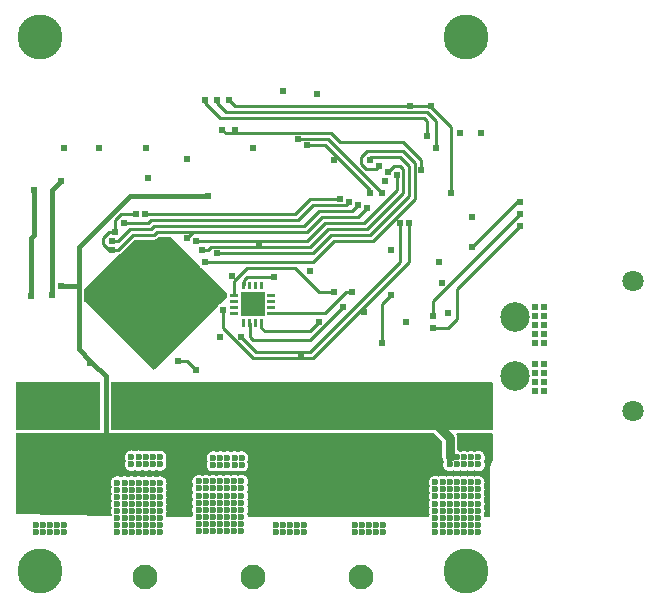
<source format=gbl>
G04 Layer: BottomLayer*
G04 EasyEDA v6.4.17, 2021-03-02T09:49:47--3:00*
G04 75982556833f470fbfa1e054b907e15e,59636247558045d2802cba280e4ac9d9,10*
G04 Gerber Generator version 0.2*
G04 Scale: 100 percent, Rotated: No, Reflected: No *
G04 Dimensions in inches *
G04 leading zeros omitted , absolute positions ,3 integer and 6 decimal *
%FSLAX36Y36*%
%MOIN*%

%ADD10C,0.0100*%
%ADD13C,0.0150*%
%ADD14C,0.0240*%
%ADD15C,0.0236*%
%ADD16C,0.1496*%
%ADD17C,0.0197*%
%ADD44C,0.0827*%
%ADD45C,0.0984*%
%ADD46C,0.0709*%
%ADD47C,0.0300*%

%LPD*%
G36*
X-880000Y-488340D02*
G01*
X-881540Y-488040D01*
X-882820Y-487180D01*
X-1111220Y-258780D01*
X-1112100Y-257480D01*
X-1112400Y-255940D01*
X-1112400Y-224060D01*
X-1112100Y-222520D01*
X-1111220Y-221220D01*
X-994020Y-104019D01*
X-993060Y-103320D01*
X-991620Y-102540D01*
X-989180Y-100540D01*
X-944920Y-56280D01*
X-943620Y-55400D01*
X-942080Y-55100D01*
X-880200Y-55100D01*
X-877060Y-54800D01*
X-874220Y-53940D01*
X-871620Y-52539D01*
X-869180Y-50540D01*
X-864920Y-46280D01*
X-863620Y-45400D01*
X-862080Y-45100D01*
X-826560Y-45100D01*
X-825020Y-45400D01*
X-823720Y-46280D01*
X-729760Y-140240D01*
X-729320Y-140760D01*
X-726919Y-144200D01*
X-724200Y-146920D01*
X-720759Y-149320D01*
X-720240Y-149760D01*
X-636520Y-233480D01*
X-635660Y-234780D01*
X-635340Y-236300D01*
X-635340Y-243700D01*
X-635660Y-245219D01*
X-636520Y-246520D01*
X-660240Y-270240D01*
X-660759Y-270680D01*
X-664200Y-273080D01*
X-666919Y-275800D01*
X-669320Y-279240D01*
X-669760Y-279760D01*
X-877180Y-487180D01*
X-878460Y-488040D01*
G37*

%LPD*%
G36*
X-1018400Y-690000D02*
G01*
X-1019940Y-689700D01*
X-1021220Y-688820D01*
X-1022099Y-687540D01*
X-1022400Y-686000D01*
X-1022400Y-534000D01*
X-1022099Y-532460D01*
X-1021220Y-531180D01*
X-1019940Y-530300D01*
X-1018400Y-530000D01*
X246000Y-530000D01*
X247540Y-530300D01*
X248820Y-531180D01*
X249700Y-532460D01*
X250000Y-534000D01*
X250000Y-686000D01*
X249700Y-687540D01*
X248820Y-688820D01*
X247540Y-689700D01*
X246000Y-690000D01*
G37*

%LPD*%
G36*
X-1335900Y-690000D02*
G01*
X-1337440Y-689700D01*
X-1338720Y-688820D01*
X-1339600Y-687540D01*
X-1339900Y-686000D01*
X-1339900Y-534000D01*
X-1339600Y-532460D01*
X-1338720Y-531180D01*
X-1337420Y-530300D01*
X-1335900Y-530000D01*
X-1061600Y-530000D01*
X-1060060Y-530300D01*
X-1058780Y-531180D01*
X-1057900Y-532460D01*
X-1057600Y-534000D01*
X-1057600Y-686000D01*
X-1057900Y-687540D01*
X-1058780Y-688820D01*
X-1060060Y-689700D01*
X-1061600Y-690000D01*
G37*

%LPD*%
G36*
X-820040Y-980000D02*
G01*
X-834340Y-979740D01*
X-836000Y-979340D01*
X-837360Y-978300D01*
X-838139Y-976780D01*
X-838360Y-975939D01*
X-839599Y-973300D01*
X-839960Y-971600D01*
X-839599Y-969920D01*
X-838360Y-967280D01*
X-837380Y-963600D01*
X-837039Y-959800D01*
X-837380Y-955980D01*
X-838360Y-952300D01*
X-839599Y-949680D01*
X-839960Y-947980D01*
X-839599Y-946280D01*
X-838360Y-943660D01*
X-837380Y-939980D01*
X-837039Y-936180D01*
X-837380Y-932360D01*
X-838360Y-928680D01*
X-839599Y-926060D01*
X-839960Y-924360D01*
X-839599Y-922660D01*
X-838360Y-920040D01*
X-837380Y-916360D01*
X-837039Y-912540D01*
X-837380Y-908740D01*
X-838360Y-905060D01*
X-839599Y-902440D01*
X-839960Y-900740D01*
X-839599Y-899040D01*
X-838360Y-896420D01*
X-837380Y-892740D01*
X-837039Y-888940D01*
X-837380Y-885120D01*
X-838360Y-881440D01*
X-839599Y-878820D01*
X-839960Y-877120D01*
X-839599Y-875420D01*
X-838360Y-872800D01*
X-837380Y-869120D01*
X-837039Y-865320D01*
X-837380Y-861500D01*
X-838360Y-857820D01*
X-839980Y-854360D01*
X-842159Y-851240D01*
X-844860Y-848540D01*
X-848000Y-846340D01*
X-851460Y-844740D01*
X-855140Y-843740D01*
X-858940Y-843420D01*
X-862740Y-843740D01*
X-866420Y-844740D01*
X-869060Y-845960D01*
X-870759Y-846340D01*
X-872440Y-845960D01*
X-875080Y-844740D01*
X-878760Y-843740D01*
X-882560Y-843420D01*
X-886360Y-843740D01*
X-890040Y-844740D01*
X-892680Y-845960D01*
X-894360Y-846340D01*
X-896060Y-845960D01*
X-898700Y-844740D01*
X-902380Y-843740D01*
X-906180Y-843420D01*
X-909980Y-843740D01*
X-913660Y-844740D01*
X-916300Y-845960D01*
X-917980Y-846340D01*
X-919680Y-845960D01*
X-922320Y-844740D01*
X-926000Y-843740D01*
X-929800Y-843420D01*
X-933600Y-843740D01*
X-937280Y-844740D01*
X-939920Y-845960D01*
X-941600Y-846340D01*
X-943300Y-845960D01*
X-945939Y-844740D01*
X-949620Y-843740D01*
X-953420Y-843420D01*
X-957220Y-843740D01*
X-960900Y-844740D01*
X-963540Y-845960D01*
X-965240Y-846340D01*
X-966919Y-845960D01*
X-969560Y-844740D01*
X-973240Y-843740D01*
X-977039Y-843420D01*
X-980860Y-843740D01*
X-984539Y-844740D01*
X-987159Y-845960D01*
X-988860Y-846340D01*
X-990560Y-845960D01*
X-993180Y-844740D01*
X-996860Y-843740D01*
X-1000660Y-843420D01*
X-1004479Y-843740D01*
X-1008160Y-844740D01*
X-1011620Y-846340D01*
X-1014740Y-848540D01*
X-1017440Y-851240D01*
X-1019640Y-854360D01*
X-1021240Y-857820D01*
X-1022240Y-861500D01*
X-1022560Y-865320D01*
X-1022240Y-869120D01*
X-1021240Y-872800D01*
X-1020020Y-875420D01*
X-1019640Y-877120D01*
X-1020020Y-878820D01*
X-1021240Y-881440D01*
X-1022240Y-885120D01*
X-1022560Y-888940D01*
X-1022240Y-892740D01*
X-1021240Y-896420D01*
X-1020020Y-899040D01*
X-1019640Y-900740D01*
X-1020020Y-902440D01*
X-1021240Y-905060D01*
X-1022240Y-908740D01*
X-1022560Y-912540D01*
X-1022240Y-916360D01*
X-1021240Y-920040D01*
X-1020020Y-922660D01*
X-1019640Y-924360D01*
X-1020020Y-926060D01*
X-1021240Y-928680D01*
X-1022240Y-932360D01*
X-1022560Y-936180D01*
X-1022240Y-939980D01*
X-1021240Y-943660D01*
X-1020020Y-946280D01*
X-1019640Y-947980D01*
X-1020020Y-949680D01*
X-1021240Y-952300D01*
X-1022240Y-955980D01*
X-1022560Y-959800D01*
X-1022240Y-963600D01*
X-1021240Y-967280D01*
X-1020020Y-969920D01*
X-1019640Y-971600D01*
X-1020020Y-973300D01*
X-1020360Y-974040D01*
X-1021260Y-975280D01*
X-1022560Y-976100D01*
X-1024060Y-976360D01*
X-1335980Y-970780D01*
X-1337480Y-970460D01*
X-1338760Y-969580D01*
X-1339600Y-968300D01*
X-1339900Y-966780D01*
X-1339900Y-704100D01*
X-1339600Y-702560D01*
X-1338720Y-701280D01*
X-1337440Y-700400D01*
X-1335900Y-700100D01*
X52939Y-700100D01*
X54480Y-700400D01*
X55780Y-701280D01*
X81280Y-726780D01*
X82160Y-728080D01*
X82460Y-729599D01*
X82460Y-780879D01*
X82820Y-785180D01*
X83820Y-789200D01*
X85500Y-792980D01*
X86380Y-794340D01*
X86980Y-795879D01*
X86880Y-797560D01*
X86000Y-800860D01*
X85660Y-804680D01*
X86000Y-808480D01*
X86980Y-812159D01*
X88600Y-815620D01*
X90780Y-818740D01*
X93480Y-821440D01*
X96620Y-823640D01*
X100079Y-825240D01*
X103760Y-826240D01*
X107560Y-826560D01*
X111359Y-826240D01*
X115040Y-825240D01*
X117680Y-824020D01*
X119380Y-823640D01*
X121060Y-824020D01*
X123699Y-825240D01*
X127380Y-826240D01*
X131200Y-826560D01*
X135000Y-826240D01*
X138680Y-825240D01*
X141300Y-824020D01*
X143000Y-823640D01*
X144700Y-824020D01*
X147320Y-825240D01*
X151000Y-826240D01*
X154820Y-826560D01*
X158620Y-826240D01*
X162300Y-825240D01*
X164920Y-824020D01*
X166620Y-823640D01*
X168320Y-824020D01*
X170940Y-825240D01*
X174620Y-826240D01*
X178440Y-826560D01*
X182240Y-826240D01*
X185920Y-825240D01*
X188540Y-824020D01*
X190240Y-823640D01*
X191940Y-824020D01*
X194560Y-825240D01*
X198240Y-826240D01*
X202060Y-826560D01*
X205859Y-826240D01*
X209540Y-825240D01*
X213000Y-823640D01*
X216119Y-821440D01*
X218820Y-818740D01*
X221020Y-815620D01*
X222620Y-812159D01*
X223619Y-808480D01*
X223939Y-804680D01*
X223619Y-800860D01*
X222620Y-797180D01*
X221400Y-794560D01*
X221020Y-792860D01*
X221400Y-791160D01*
X222620Y-788540D01*
X223619Y-784860D01*
X223939Y-781060D01*
X223619Y-777240D01*
X222620Y-773560D01*
X221020Y-770100D01*
X218820Y-766979D01*
X216119Y-764280D01*
X213000Y-762080D01*
X209540Y-760480D01*
X205859Y-759479D01*
X202060Y-759160D01*
X198240Y-759479D01*
X194560Y-760480D01*
X191940Y-761700D01*
X190240Y-762080D01*
X188540Y-761700D01*
X185920Y-760480D01*
X182240Y-759479D01*
X178440Y-759160D01*
X174620Y-759479D01*
X170940Y-760480D01*
X168320Y-761700D01*
X166620Y-762080D01*
X164920Y-761700D01*
X162300Y-760480D01*
X158620Y-759479D01*
X154820Y-759160D01*
X151000Y-759479D01*
X147320Y-760480D01*
X144700Y-761700D01*
X143000Y-762080D01*
X141300Y-761700D01*
X138680Y-760480D01*
X135620Y-759659D01*
X134080Y-758860D01*
X133020Y-757480D01*
X132660Y-755800D01*
X132660Y-717680D01*
X132320Y-713500D01*
X131320Y-709479D01*
X129800Y-705939D01*
X129360Y-704360D01*
X129580Y-702760D01*
X130440Y-701360D01*
X131760Y-700440D01*
X133360Y-700100D01*
X246000Y-700100D01*
X247540Y-700400D01*
X248820Y-701280D01*
X249700Y-702560D01*
X250000Y-704100D01*
X250000Y-788139D01*
X249660Y-789740D01*
X246400Y-797340D01*
X243540Y-806160D01*
X241500Y-815220D01*
X240320Y-824419D01*
X239899Y-833600D01*
X239899Y-976000D01*
X239600Y-977540D01*
X238720Y-978820D01*
X237440Y-979700D01*
X235900Y-980000D01*
X226040Y-980000D01*
X224360Y-979620D01*
X222979Y-978580D01*
X222180Y-977039D01*
X221540Y-974659D01*
X220320Y-972020D01*
X219940Y-970320D01*
X220320Y-968640D01*
X221540Y-966000D01*
X222540Y-962320D01*
X222860Y-958520D01*
X222540Y-954700D01*
X221540Y-951020D01*
X220320Y-948400D01*
X219940Y-946700D01*
X220320Y-945000D01*
X221540Y-942380D01*
X222540Y-938700D01*
X222860Y-934900D01*
X222540Y-931080D01*
X221540Y-927400D01*
X220320Y-924780D01*
X219940Y-923080D01*
X220320Y-921380D01*
X221540Y-918760D01*
X222540Y-915080D01*
X222860Y-911260D01*
X222540Y-907460D01*
X221540Y-903780D01*
X220320Y-901160D01*
X219940Y-899460D01*
X220320Y-897760D01*
X221540Y-895140D01*
X222540Y-891460D01*
X222860Y-887660D01*
X222540Y-883840D01*
X221540Y-880160D01*
X220320Y-877540D01*
X219940Y-875840D01*
X220320Y-874140D01*
X221540Y-871520D01*
X222540Y-867840D01*
X222860Y-864040D01*
X222540Y-860220D01*
X221540Y-856540D01*
X219940Y-853080D01*
X217740Y-849960D01*
X215040Y-847260D01*
X211920Y-845060D01*
X208460Y-843460D01*
X204780Y-842460D01*
X200980Y-842140D01*
X197160Y-842460D01*
X193480Y-843460D01*
X190859Y-844680D01*
X189160Y-845060D01*
X187460Y-844680D01*
X184840Y-843460D01*
X181160Y-842460D01*
X177360Y-842140D01*
X173540Y-842460D01*
X169860Y-843460D01*
X167240Y-844680D01*
X165539Y-845060D01*
X163840Y-844680D01*
X161220Y-843460D01*
X157540Y-842460D01*
X153740Y-842140D01*
X149920Y-842460D01*
X146240Y-843460D01*
X143620Y-844680D01*
X141920Y-845060D01*
X140220Y-844680D01*
X137600Y-843460D01*
X133920Y-842460D01*
X130120Y-842140D01*
X126300Y-842460D01*
X122620Y-843460D01*
X120000Y-844680D01*
X118300Y-845060D01*
X116600Y-844680D01*
X113980Y-843460D01*
X110300Y-842460D01*
X106500Y-842140D01*
X102680Y-842460D01*
X99000Y-843460D01*
X96359Y-844680D01*
X94680Y-845060D01*
X92980Y-844680D01*
X90340Y-843460D01*
X86660Y-842460D01*
X82860Y-842140D01*
X79060Y-842460D01*
X75380Y-843460D01*
X72740Y-844680D01*
X71060Y-845060D01*
X69360Y-844680D01*
X66720Y-843460D01*
X63040Y-842460D01*
X59240Y-842140D01*
X55439Y-842460D01*
X51760Y-843460D01*
X48300Y-845060D01*
X45160Y-847260D01*
X42460Y-849960D01*
X40279Y-853080D01*
X38660Y-856540D01*
X37680Y-860220D01*
X37340Y-864040D01*
X37680Y-867840D01*
X38660Y-871520D01*
X39900Y-874140D01*
X40260Y-875840D01*
X39900Y-877540D01*
X38660Y-880160D01*
X37680Y-883840D01*
X37340Y-887660D01*
X37680Y-891460D01*
X38660Y-895140D01*
X39900Y-897760D01*
X40260Y-899460D01*
X39900Y-901160D01*
X38660Y-903780D01*
X37680Y-907460D01*
X37340Y-911260D01*
X37680Y-915080D01*
X38660Y-918760D01*
X39900Y-921380D01*
X40260Y-923080D01*
X39900Y-924780D01*
X38660Y-927400D01*
X37680Y-931080D01*
X37340Y-934900D01*
X37680Y-938700D01*
X38660Y-942380D01*
X39900Y-945000D01*
X40260Y-946700D01*
X39900Y-948400D01*
X38660Y-951020D01*
X37680Y-954700D01*
X37340Y-958520D01*
X37680Y-962320D01*
X38660Y-966000D01*
X39900Y-968640D01*
X40260Y-970320D01*
X39900Y-972020D01*
X38660Y-974659D01*
X38020Y-977039D01*
X37220Y-978580D01*
X35860Y-979620D01*
X34160Y-980000D01*
X-561700Y-980000D01*
X-563140Y-979720D01*
X-564400Y-978940D01*
X-565280Y-977760D01*
X-565680Y-976340D01*
X-565780Y-975220D01*
X-566760Y-971540D01*
X-568000Y-968900D01*
X-568360Y-967200D01*
X-568000Y-965520D01*
X-566760Y-962880D01*
X-565780Y-959200D01*
X-565440Y-955400D01*
X-565780Y-951580D01*
X-566760Y-947900D01*
X-568000Y-945280D01*
X-568360Y-943580D01*
X-568000Y-941880D01*
X-566760Y-939260D01*
X-565780Y-935580D01*
X-565440Y-931780D01*
X-565780Y-927960D01*
X-566760Y-924280D01*
X-568000Y-921660D01*
X-568360Y-919960D01*
X-568000Y-918259D01*
X-566760Y-915639D01*
X-565780Y-911960D01*
X-565440Y-908160D01*
X-565780Y-904340D01*
X-566760Y-900660D01*
X-568000Y-898040D01*
X-568360Y-896340D01*
X-568000Y-894640D01*
X-566760Y-892020D01*
X-565780Y-888340D01*
X-565440Y-884539D01*
X-565780Y-880720D01*
X-566760Y-877039D01*
X-568000Y-874419D01*
X-568360Y-872720D01*
X-568000Y-871020D01*
X-566760Y-868400D01*
X-565780Y-864720D01*
X-565440Y-860920D01*
X-565780Y-857099D01*
X-566760Y-853420D01*
X-568380Y-849960D01*
X-570560Y-846840D01*
X-573260Y-844140D01*
X-576400Y-841940D01*
X-579860Y-840340D01*
X-583540Y-839340D01*
X-587340Y-839020D01*
X-591140Y-839340D01*
X-594820Y-840340D01*
X-597460Y-841560D01*
X-599140Y-841940D01*
X-600840Y-841560D01*
X-603480Y-840340D01*
X-607160Y-839340D01*
X-610960Y-839020D01*
X-614760Y-839340D01*
X-618440Y-840340D01*
X-621080Y-841560D01*
X-622760Y-841940D01*
X-624460Y-841560D01*
X-627100Y-840340D01*
X-630780Y-839340D01*
X-634580Y-839020D01*
X-638380Y-839340D01*
X-642060Y-840340D01*
X-644700Y-841560D01*
X-646380Y-841940D01*
X-648080Y-841560D01*
X-650720Y-840340D01*
X-654400Y-839340D01*
X-658199Y-839020D01*
X-662000Y-839340D01*
X-665680Y-840340D01*
X-668319Y-841560D01*
X-670000Y-841940D01*
X-671700Y-841560D01*
X-674340Y-840340D01*
X-678020Y-839340D01*
X-681820Y-839020D01*
X-685620Y-839340D01*
X-689300Y-840340D01*
X-691940Y-841560D01*
X-693640Y-841940D01*
X-695320Y-841560D01*
X-697960Y-840340D01*
X-701640Y-839340D01*
X-705440Y-839020D01*
X-709260Y-839340D01*
X-712940Y-840340D01*
X-715560Y-841560D01*
X-717260Y-841940D01*
X-718960Y-841560D01*
X-721580Y-840340D01*
X-725260Y-839340D01*
X-729060Y-839020D01*
X-732880Y-839340D01*
X-736560Y-840340D01*
X-740020Y-841940D01*
X-743139Y-844140D01*
X-745840Y-846840D01*
X-748040Y-849960D01*
X-749640Y-853420D01*
X-750639Y-857099D01*
X-750960Y-860920D01*
X-750639Y-864720D01*
X-749640Y-868400D01*
X-748420Y-871020D01*
X-748040Y-872720D01*
X-748420Y-874419D01*
X-749640Y-877039D01*
X-750639Y-880720D01*
X-750960Y-884539D01*
X-750639Y-888340D01*
X-749640Y-892020D01*
X-748420Y-894640D01*
X-748040Y-896340D01*
X-748420Y-898040D01*
X-749640Y-900660D01*
X-750639Y-904340D01*
X-750960Y-908160D01*
X-750639Y-911960D01*
X-749640Y-915639D01*
X-748420Y-918259D01*
X-748040Y-919960D01*
X-748420Y-921660D01*
X-749640Y-924280D01*
X-750639Y-927960D01*
X-750960Y-931780D01*
X-750639Y-935580D01*
X-749640Y-939260D01*
X-748420Y-941880D01*
X-748040Y-943580D01*
X-748420Y-945280D01*
X-749640Y-947900D01*
X-750639Y-951580D01*
X-750960Y-955400D01*
X-750639Y-959200D01*
X-749640Y-962880D01*
X-748420Y-965520D01*
X-748040Y-967200D01*
X-748420Y-968900D01*
X-749640Y-971540D01*
X-750639Y-975220D01*
X-750740Y-976340D01*
X-751120Y-977760D01*
X-752020Y-978940D01*
X-753259Y-979720D01*
X-754720Y-980000D01*
G37*

%LPC*%
G36*
X-681360Y-827680D02*
G01*
X-677560Y-827360D01*
X-673880Y-826360D01*
X-671240Y-825140D01*
X-669539Y-824760D01*
X-667860Y-825140D01*
X-665220Y-826360D01*
X-661540Y-827360D01*
X-657720Y-827680D01*
X-653920Y-827360D01*
X-650240Y-826360D01*
X-647620Y-825140D01*
X-645920Y-824760D01*
X-644220Y-825140D01*
X-641600Y-826360D01*
X-637920Y-827360D01*
X-634100Y-827680D01*
X-630300Y-827360D01*
X-626620Y-826360D01*
X-624000Y-825140D01*
X-622300Y-824760D01*
X-620600Y-825140D01*
X-617980Y-826360D01*
X-614300Y-827360D01*
X-610480Y-827680D01*
X-606680Y-827360D01*
X-603000Y-826360D01*
X-600380Y-825140D01*
X-598680Y-824760D01*
X-596980Y-825140D01*
X-594360Y-826360D01*
X-590680Y-827360D01*
X-586860Y-827680D01*
X-583060Y-827360D01*
X-579380Y-826360D01*
X-575920Y-824760D01*
X-572800Y-822560D01*
X-570100Y-819860D01*
X-567900Y-816740D01*
X-566300Y-813280D01*
X-565300Y-809599D01*
X-564980Y-805800D01*
X-565300Y-801979D01*
X-566300Y-798300D01*
X-567520Y-795680D01*
X-567900Y-793980D01*
X-567520Y-792280D01*
X-566300Y-789659D01*
X-565300Y-785980D01*
X-564980Y-782180D01*
X-565300Y-778360D01*
X-566300Y-774680D01*
X-567900Y-771220D01*
X-570100Y-768100D01*
X-572800Y-765400D01*
X-575920Y-763199D01*
X-579380Y-761600D01*
X-583060Y-760600D01*
X-586860Y-760280D01*
X-590680Y-760600D01*
X-594360Y-761600D01*
X-596980Y-762820D01*
X-598680Y-763199D01*
X-600380Y-762820D01*
X-603000Y-761600D01*
X-606680Y-760600D01*
X-610480Y-760280D01*
X-614300Y-760600D01*
X-617980Y-761600D01*
X-620600Y-762820D01*
X-622300Y-763199D01*
X-624000Y-762820D01*
X-626620Y-761600D01*
X-630300Y-760600D01*
X-634100Y-760280D01*
X-637920Y-760600D01*
X-641600Y-761600D01*
X-644220Y-762820D01*
X-645920Y-763199D01*
X-647620Y-762820D01*
X-650240Y-761600D01*
X-653920Y-760600D01*
X-657720Y-760280D01*
X-661540Y-760600D01*
X-665220Y-761600D01*
X-667860Y-762820D01*
X-669539Y-763199D01*
X-671240Y-762820D01*
X-673880Y-761600D01*
X-677560Y-760600D01*
X-681360Y-760280D01*
X-685160Y-760600D01*
X-688840Y-761600D01*
X-692300Y-763199D01*
X-695440Y-765400D01*
X-698139Y-768100D01*
X-700320Y-771220D01*
X-701940Y-774680D01*
X-702920Y-778360D01*
X-703259Y-782180D01*
X-702920Y-785980D01*
X-701940Y-789659D01*
X-700699Y-792280D01*
X-700340Y-793980D01*
X-700699Y-795680D01*
X-701940Y-798300D01*
X-702920Y-801979D01*
X-703259Y-805800D01*
X-702920Y-809599D01*
X-701940Y-813280D01*
X-700320Y-816740D01*
X-698139Y-819860D01*
X-695440Y-822560D01*
X-692300Y-824760D01*
X-688840Y-826360D01*
X-685160Y-827360D01*
G37*
G36*
X-954000Y-825400D02*
G01*
X-950200Y-825060D01*
X-946520Y-824080D01*
X-943880Y-822840D01*
X-942180Y-822480D01*
X-940500Y-822840D01*
X-937860Y-824080D01*
X-934180Y-825060D01*
X-930360Y-825400D01*
X-926560Y-825060D01*
X-922880Y-824080D01*
X-920260Y-822840D01*
X-918560Y-822480D01*
X-916860Y-822840D01*
X-914240Y-824080D01*
X-910560Y-825060D01*
X-906740Y-825400D01*
X-902940Y-825060D01*
X-899260Y-824080D01*
X-896640Y-822840D01*
X-894940Y-822480D01*
X-893240Y-822840D01*
X-890620Y-824080D01*
X-886940Y-825060D01*
X-883120Y-825400D01*
X-879320Y-825060D01*
X-875639Y-824080D01*
X-873020Y-822840D01*
X-871320Y-822480D01*
X-869620Y-822840D01*
X-867000Y-824080D01*
X-863319Y-825060D01*
X-859500Y-825400D01*
X-855699Y-825060D01*
X-852020Y-824080D01*
X-848560Y-822460D01*
X-845440Y-820280D01*
X-842740Y-817580D01*
X-840540Y-814440D01*
X-838940Y-810980D01*
X-837940Y-807300D01*
X-837620Y-803500D01*
X-837940Y-799700D01*
X-838940Y-796020D01*
X-840160Y-793379D01*
X-840540Y-791700D01*
X-840160Y-790000D01*
X-838940Y-787360D01*
X-837940Y-783680D01*
X-837620Y-779880D01*
X-837940Y-776080D01*
X-838940Y-772400D01*
X-840540Y-768940D01*
X-842740Y-765800D01*
X-845440Y-763100D01*
X-848560Y-760920D01*
X-852020Y-759300D01*
X-855699Y-758319D01*
X-859500Y-757980D01*
X-863319Y-758319D01*
X-867000Y-759300D01*
X-869620Y-760540D01*
X-871320Y-760900D01*
X-873020Y-760540D01*
X-875639Y-759300D01*
X-879320Y-758319D01*
X-883120Y-757980D01*
X-886940Y-758319D01*
X-890620Y-759300D01*
X-893240Y-760540D01*
X-894940Y-760900D01*
X-896640Y-760540D01*
X-899260Y-759300D01*
X-902940Y-758319D01*
X-906740Y-757980D01*
X-910560Y-758319D01*
X-914240Y-759300D01*
X-916860Y-760540D01*
X-918560Y-760900D01*
X-920260Y-760540D01*
X-922880Y-759300D01*
X-926560Y-758319D01*
X-930360Y-757980D01*
X-934180Y-758319D01*
X-937860Y-759300D01*
X-940500Y-760540D01*
X-942180Y-760900D01*
X-943880Y-760540D01*
X-946520Y-759300D01*
X-950200Y-758319D01*
X-954000Y-757980D01*
X-957800Y-758319D01*
X-961480Y-759300D01*
X-964940Y-760920D01*
X-968080Y-763100D01*
X-970780Y-765800D01*
X-972960Y-768940D01*
X-974580Y-772400D01*
X-975560Y-776080D01*
X-975900Y-779880D01*
X-975560Y-783680D01*
X-974580Y-787360D01*
X-973340Y-790000D01*
X-972980Y-791700D01*
X-973340Y-793379D01*
X-974580Y-796020D01*
X-975560Y-799700D01*
X-975900Y-803500D01*
X-975560Y-807300D01*
X-974580Y-810980D01*
X-972960Y-814440D01*
X-970780Y-817580D01*
X-968080Y-820280D01*
X-964940Y-822460D01*
X-961480Y-824080D01*
X-957800Y-825060D01*
G37*

%LPD*%
D10*
X-740000Y-490000D02*
G01*
X-770000Y-460000D01*
X-800000Y-460000D01*
D13*
X-1290000Y-243973D02*
G01*
X-1290000Y-50000D01*
X-1280000Y-40000D01*
D10*
X-1020000Y-90000D02*
G01*
X-1030000Y-90000D01*
X-1050000Y-70000D01*
X-1050000Y-50000D01*
X-1030000Y-30000D01*
X-1010000Y-30000D01*
X-1010000Y-30000D02*
G01*
X-1010000Y10000D01*
X-990000Y30000D01*
X-940000Y30000D01*
X-770000Y-50000D02*
G01*
X-750000Y-30000D01*
X-870000Y-30000D01*
X-880000Y-40000D01*
X-950000Y-40000D01*
X-1000000Y-90000D01*
X-1020000Y-90000D01*
X-910000Y30000D02*
G01*
X-410000Y30000D01*
X-360000Y80000D01*
X-260000Y80000D01*
X-980000Y0D02*
G01*
X-900000Y0D01*
X-890000Y10000D01*
X-400000Y10000D01*
X-350000Y60000D01*
X-240000Y60000D01*
X-230000Y70000D01*
X-1020000Y-60000D02*
G01*
X-1000000Y-60000D01*
X-960000Y-20000D01*
X-890000Y-20000D01*
X-880000Y-10000D01*
X-380000Y-10000D01*
X-330000Y40000D01*
X-220000Y40000D01*
X-200000Y60000D01*
X-750000Y-30000D02*
G01*
X-370000Y-30000D01*
X-320000Y20000D01*
X-200000Y20000D01*
X-170000Y50000D01*
X-740000Y-60000D02*
G01*
X-370000Y-60000D01*
X-310000Y0D01*
X-180000Y0D01*
X-70499Y109500D01*
X-70499Y160000D01*
X-100000Y170000D02*
G01*
X-80000Y190000D01*
X-60000Y190000D01*
X-50000Y180000D01*
X-50000Y100000D01*
X-170000Y-20000D01*
X-300000Y-20000D01*
X-360000Y-80000D01*
X-690000Y-80000D01*
X-700000Y-90000D01*
X-720000Y-90000D01*
X-710000Y-130000D02*
G01*
X-350000Y-130000D01*
X-280000Y-60000D01*
X-150000Y-60000D01*
X-10000Y80000D01*
X-10000Y200000D01*
X-50000Y240000D01*
X-170000Y240000D01*
X-190000Y220000D01*
X-190000Y198538D01*
X-171680Y180000D01*
X-140000Y180000D01*
X-130000Y190000D01*
X-560000Y-332000D02*
G01*
X-560000Y-380000D01*
X-550000Y-390000D01*
X-360000Y-390000D01*
X-250000Y-280000D01*
X-612000Y-241000D02*
G01*
X-612000Y-192000D01*
X-570000Y-150000D01*
X-410000Y-150000D01*
X-330000Y-230000D01*
X-280000Y-230000D01*
X-580000Y-208000D02*
G01*
X-580000Y-190000D01*
X-570000Y-180000D01*
X-480000Y-180000D01*
X-60000Y0D02*
G01*
X-60000Y-130000D01*
X-360000Y-430000D01*
X-540000Y-430000D01*
X-590000Y-380000D01*
X-30000Y0D02*
G01*
X-30000Y-130000D01*
X-350000Y-450000D01*
X-550000Y-450000D01*
X-650000Y-350000D01*
X-650000Y-290000D01*
X-120000Y-400000D02*
G01*
X-120000Y-270000D01*
X-90000Y-240000D01*
X50000Y-310000D02*
G01*
X50000Y-260000D01*
X340000Y30000D01*
X50000Y-350000D02*
G01*
X100000Y-350000D01*
X130000Y-320000D01*
X130000Y-220000D01*
X340000Y-10000D01*
X-710000Y410000D02*
G01*
X-710000Y400000D01*
X-660000Y350000D01*
X20000Y350000D01*
X30000Y340000D01*
X30000Y290000D01*
X60499Y250000D02*
G01*
X60499Y339500D01*
X30000Y370000D01*
X-640000Y370000D01*
X-670000Y400000D01*
X-670000Y410000D01*
X-630000Y410000D02*
G01*
X-610000Y390000D01*
X39891Y390000D01*
X110000Y100000D02*
G01*
X110000Y320000D01*
X39891Y390000D01*
X-120000Y100000D02*
G01*
X-300000Y280000D01*
X-400000Y280000D01*
X-160000Y100000D02*
G01*
X-160000Y110000D01*
X-310000Y260000D01*
X-370000Y260000D01*
X-521000Y-332000D02*
G01*
X-521000Y-349000D01*
X-510000Y-360000D01*
X-360000Y-360000D01*
X-330000Y-330000D01*
X-488000Y-300000D02*
G01*
X-310000Y-300000D01*
X-240000Y-230000D01*
X-220000Y-230000D01*
X-670000Y-100000D02*
G01*
X-350000Y-100000D01*
X-290000Y-40000D01*
X-160000Y-40000D01*
X-30000Y90000D01*
X-30000Y190000D01*
X-60000Y220000D01*
X-160000Y220000D01*
X-160000Y210000D01*
D13*
X-1091266Y-465406D02*
G01*
X-1091266Y-458734D01*
X-1130000Y-420000D01*
X-1130000Y-80000D01*
X-960000Y90000D01*
X-700000Y90000D01*
X-1091266Y-465406D02*
G01*
X-1084594Y-465406D01*
X-1040000Y-510000D01*
X-1040000Y-730000D01*
X-1190000Y-210000D02*
G01*
X-1130000Y-210000D01*
X-1280000Y110000D02*
G01*
X-1280000Y-40000D01*
X-1280000Y-40000D01*
X-1220000Y-240000D02*
G01*
X-1220000Y110000D01*
X-1190000Y140000D01*
D10*
X-650654Y310994D02*
G01*
X-640000Y300000D01*
X-290000Y300000D01*
X-260000Y270000D01*
X-50000Y270000D01*
X10000Y210000D01*
X10000Y177500D01*
D47*
X107554Y-781047D02*
G01*
X107554Y-717555D01*
X60000Y-670000D01*
D10*
X340000Y70000D02*
G01*
X330000Y70000D01*
X180000Y-80000D01*
G36*
X-474750Y-246250D02*
G01*
X-474750Y-235750D01*
X-501250Y-235750D01*
X-501250Y-246250D01*
G37*
G36*
X-474750Y-265250D02*
G01*
X-474750Y-254750D01*
X-501250Y-254750D01*
X-501250Y-265250D01*
G37*
G36*
X-474750Y-285250D02*
G01*
X-474750Y-274750D01*
X-501250Y-274750D01*
X-501250Y-285250D01*
G37*
G36*
X-474750Y-305250D02*
G01*
X-474750Y-294750D01*
X-501250Y-294750D01*
X-501250Y-305250D01*
G37*
G36*
X-515750Y-318750D02*
G01*
X-526250Y-318750D01*
X-526250Y-345250D01*
X-515750Y-345250D01*
G37*
G36*
X-534750Y-318750D02*
G01*
X-545250Y-318750D01*
X-545250Y-345250D01*
X-534750Y-345250D01*
G37*
G36*
X-554750Y-318750D02*
G01*
X-565250Y-318750D01*
X-565250Y-345250D01*
X-554750Y-345250D01*
G37*
G36*
X-574750Y-318750D02*
G01*
X-585250Y-318750D01*
X-585250Y-345250D01*
X-574750Y-345250D01*
G37*
G36*
X-598750Y-305250D02*
G01*
X-598750Y-294750D01*
X-625250Y-294750D01*
X-625250Y-305250D01*
G37*
G36*
X-598750Y-285250D02*
G01*
X-598750Y-274750D01*
X-625250Y-274750D01*
X-625250Y-285250D01*
G37*
G36*
X-598750Y-265250D02*
G01*
X-598750Y-254750D01*
X-625250Y-254750D01*
X-625250Y-265250D01*
G37*
G36*
X-598750Y-246250D02*
G01*
X-598750Y-235750D01*
X-625250Y-235750D01*
X-625250Y-246250D01*
G37*
G36*
X-574750Y-194750D02*
G01*
X-585250Y-194750D01*
X-585250Y-221250D01*
X-574750Y-221250D01*
G37*
G36*
X-554750Y-194750D02*
G01*
X-565250Y-194750D01*
X-565250Y-221250D01*
X-554750Y-221250D01*
G37*
G36*
X-534750Y-194750D02*
G01*
X-545250Y-194750D01*
X-545250Y-221250D01*
X-534750Y-221250D01*
G37*
G36*
X-515750Y-194750D02*
G01*
X-526250Y-194750D01*
X-526250Y-221250D01*
X-515750Y-221250D01*
G37*
G36*
X-510250Y-230250D02*
G01*
X-589750Y-230250D01*
X-589750Y-309750D01*
X-510250Y-309750D01*
G37*
D44*
G01*
X-910000Y-1180000D03*
G01*
X-550000Y-1180000D03*
G01*
X-190000Y-1180000D03*
D45*
G01*
X323160Y-508430D03*
G01*
X323160Y-311580D03*
D46*
G01*
X716860Y-193470D03*
G01*
X716860Y-626540D03*
D14*
G01*
X-800000Y-460000D03*
G01*
X-740000Y-490000D03*
G01*
X-660000Y-380000D03*
G01*
X-1320000Y-560000D03*
G01*
X-1290000Y-560000D03*
G01*
X-1250000Y-560000D03*
G01*
X-1210000Y-560000D03*
G01*
X-1170000Y-560000D03*
G01*
X-1130000Y-560000D03*
G01*
X-1090000Y-560000D03*
G01*
X-1300000Y-610000D03*
G01*
X-1210000Y-610000D03*
G01*
X-1120000Y-610000D03*
G01*
X-900000Y-611780D03*
G01*
X-960000Y-590000D03*
G01*
X-960000Y-630000D03*
G01*
X-830000Y-630000D03*
G01*
X-830000Y-590000D03*
G01*
X-960000Y-560000D03*
G01*
X-930000Y-560000D03*
G01*
X-900000Y-560000D03*
G01*
X-870000Y-560000D03*
G01*
X-840000Y-560000D03*
G01*
X-660000Y-560000D03*
G01*
X-630000Y-560000D03*
G01*
X-560000Y-570000D03*
G01*
X-590000Y-570000D03*
G01*
X-560000Y-600000D03*
G01*
X-560000Y-630000D03*
G01*
X-630000Y-611780D03*
G01*
X-440000Y-611000D03*
G01*
X-350000Y-611000D03*
G01*
X-490000Y-570000D03*
G01*
X-450000Y-570000D03*
G01*
X-410000Y-570000D03*
G01*
X-370000Y-570000D03*
G01*
X-330000Y-570000D03*
G01*
X-490000Y-600000D03*
G01*
X-490000Y-630000D03*
G01*
X-230000Y-630000D03*
G01*
X-230000Y-600000D03*
G01*
X-190000Y-610000D03*
G01*
X-90000Y-611000D03*
G01*
X-40000Y-630000D03*
G01*
X-140000Y-630000D03*
G01*
X-140000Y-600000D03*
G01*
X-40000Y-600000D03*
G01*
X-880020Y-240020D03*
G01*
X-882200Y-344560D03*
G01*
X-825699Y-289560D03*
G01*
X-938199Y-284560D03*
G01*
X-988700Y-240060D03*
G01*
X-934700Y-187060D03*
G01*
X-880699Y-136560D03*
G01*
X-830699Y-188560D03*
G01*
X-783700Y-241560D03*
D15*
G01*
X-858940Y-983420D03*
G01*
X-882560Y-983420D03*
G01*
X-906180Y-983420D03*
G01*
X-929799Y-983420D03*
G01*
X-953420Y-983420D03*
G01*
X-977050Y-983420D03*
G01*
X-1000670Y-983420D03*
G01*
X-882560Y-865310D03*
G01*
X-882560Y-888930D03*
G01*
X-882560Y-912550D03*
G01*
X-882560Y-936170D03*
G01*
X-882560Y-959790D03*
G01*
X-906180Y-865310D03*
G01*
X-906180Y-888930D03*
G01*
X-906180Y-912550D03*
G01*
X-906180Y-936170D03*
G01*
X-906180Y-959790D03*
G01*
X-929799Y-865310D03*
G01*
X-929799Y-888930D03*
G01*
X-929799Y-912550D03*
G01*
X-929799Y-936170D03*
G01*
X-929799Y-959790D03*
G01*
X-953420Y-865310D03*
G01*
X-953420Y-888930D03*
G01*
X-953420Y-912550D03*
G01*
X-953420Y-936170D03*
G01*
X-953420Y-959790D03*
G01*
X-977050Y-865310D03*
G01*
X-977050Y-888930D03*
G01*
X-977050Y-912550D03*
G01*
X-977050Y-936170D03*
G01*
X-977050Y-959790D03*
G01*
X-1000670Y-865310D03*
G01*
X-1000670Y-888930D03*
G01*
X-1000670Y-912550D03*
G01*
X-1000670Y-936170D03*
G01*
X-1000670Y-959790D03*
G01*
X-858940Y-865310D03*
G01*
X-858940Y-888930D03*
G01*
X-858940Y-912550D03*
G01*
X-858940Y-936170D03*
G01*
X-858940Y-959790D03*
G01*
X-858940Y-1030669D03*
G01*
X-882560Y-1030669D03*
G01*
X-906180Y-1030669D03*
G01*
X-929799Y-1030669D03*
G01*
X-953420Y-1030669D03*
G01*
X-977050Y-1030669D03*
G01*
X-1000670Y-1030669D03*
G01*
X-882560Y-1007039D03*
G01*
X-906180Y-1007039D03*
G01*
X-929799Y-1007039D03*
G01*
X-953420Y-1007039D03*
G01*
X-977050Y-1007039D03*
G01*
X-1000670Y-1007039D03*
G01*
X-858940Y-1007039D03*
G01*
X-587340Y-979020D03*
G01*
X-610960Y-979020D03*
G01*
X-634580Y-979020D03*
G01*
X-658199Y-979020D03*
G01*
X-681820Y-979020D03*
G01*
X-705450Y-979020D03*
G01*
X-729070Y-979020D03*
G01*
X-610960Y-860910D03*
G01*
X-610960Y-884530D03*
G01*
X-610960Y-908150D03*
G01*
X-610960Y-931770D03*
G01*
X-610960Y-955390D03*
G01*
X-634580Y-860910D03*
G01*
X-634580Y-884530D03*
G01*
X-634580Y-908150D03*
G01*
X-634580Y-931770D03*
G01*
X-634580Y-955390D03*
G01*
X-658199Y-860910D03*
G01*
X-658199Y-884530D03*
G01*
X-658199Y-908150D03*
G01*
X-658199Y-931770D03*
G01*
X-658199Y-955390D03*
G01*
X-681820Y-860910D03*
G01*
X-681820Y-884530D03*
G01*
X-681820Y-908150D03*
G01*
X-681820Y-931770D03*
G01*
X-681820Y-955390D03*
G01*
X-705450Y-860910D03*
G01*
X-705450Y-884530D03*
G01*
X-705450Y-908150D03*
G01*
X-705450Y-931770D03*
G01*
X-705450Y-955390D03*
G01*
X-729070Y-860910D03*
G01*
X-729070Y-884530D03*
G01*
X-729070Y-908150D03*
G01*
X-729070Y-931770D03*
G01*
X-729070Y-955390D03*
G01*
X-587340Y-860910D03*
G01*
X-587340Y-884530D03*
G01*
X-587340Y-908150D03*
G01*
X-587340Y-931770D03*
G01*
X-587340Y-955390D03*
G01*
X-587340Y-1026270D03*
G01*
X-610960Y-1026270D03*
G01*
X-634580Y-1026270D03*
G01*
X-658199Y-1026270D03*
G01*
X-681820Y-1026270D03*
G01*
X-705450Y-1026270D03*
G01*
X-729070Y-1026270D03*
G01*
X-610960Y-1002640D03*
G01*
X-634580Y-1002640D03*
G01*
X-658199Y-1002640D03*
G01*
X-681820Y-1002640D03*
G01*
X-705450Y-1002640D03*
G01*
X-729070Y-1002640D03*
G01*
X-587340Y-1002640D03*
G01*
X200969Y-982140D03*
G01*
X177350Y-982140D03*
G01*
X153730Y-982140D03*
G01*
X130109Y-982140D03*
G01*
X106490Y-982140D03*
G01*
X82860Y-982140D03*
G01*
X59239Y-982140D03*
G01*
X177350Y-864029D03*
G01*
X177350Y-887650D03*
G01*
X177350Y-911270D03*
G01*
X177350Y-934890D03*
G01*
X177350Y-958510D03*
G01*
X153730Y-864029D03*
G01*
X153730Y-887650D03*
G01*
X153730Y-911270D03*
G01*
X153730Y-934890D03*
G01*
X153730Y-958510D03*
G01*
X130109Y-864029D03*
G01*
X130109Y-887650D03*
G01*
X130109Y-911270D03*
G01*
X130109Y-934890D03*
G01*
X130109Y-958510D03*
G01*
X106490Y-864029D03*
G01*
X106490Y-887650D03*
G01*
X106490Y-911270D03*
G01*
X106490Y-934890D03*
G01*
X106490Y-958510D03*
G01*
X82860Y-864029D03*
G01*
X82860Y-887650D03*
G01*
X82860Y-911270D03*
G01*
X82860Y-934890D03*
G01*
X82860Y-958510D03*
G01*
X59239Y-864029D03*
G01*
X59239Y-887650D03*
G01*
X59239Y-911270D03*
G01*
X59239Y-934890D03*
G01*
X59239Y-958510D03*
G01*
X200969Y-864029D03*
G01*
X200969Y-887650D03*
G01*
X200969Y-911270D03*
G01*
X200969Y-934890D03*
G01*
X200969Y-958510D03*
G01*
X200969Y-1029389D03*
G01*
X177350Y-1029389D03*
G01*
X153730Y-1029389D03*
G01*
X130109Y-1029389D03*
G01*
X106490Y-1029389D03*
G01*
X82860Y-1029389D03*
G01*
X59239Y-1029389D03*
G01*
X177350Y-1005759D03*
G01*
X153730Y-1005759D03*
G01*
X130109Y-1005759D03*
G01*
X106490Y-1005759D03*
G01*
X82860Y-1005759D03*
G01*
X59239Y-1005759D03*
G01*
X200969Y-1005759D03*
G01*
X-1128340Y-899180D03*
G01*
X-1151960Y-899180D03*
G01*
X-1175580Y-899180D03*
G01*
X-1199200Y-899180D03*
G01*
X-1222820Y-899180D03*
G01*
X-1246450Y-899180D03*
G01*
X-1270070Y-899180D03*
G01*
X-1151960Y-781070D03*
G01*
X-1151960Y-804689D03*
G01*
X-1151960Y-828310D03*
G01*
X-1151960Y-851930D03*
G01*
X-1151960Y-875550D03*
G01*
X-1175580Y-781070D03*
G01*
X-1175580Y-804689D03*
G01*
X-1175580Y-828310D03*
G01*
X-1175580Y-851930D03*
G01*
X-1175580Y-875550D03*
G01*
X-1199200Y-781070D03*
G01*
X-1199200Y-804689D03*
G01*
X-1199200Y-828310D03*
G01*
X-1199200Y-851930D03*
G01*
X-1199200Y-875550D03*
G01*
X-1222820Y-781070D03*
G01*
X-1222820Y-804689D03*
G01*
X-1222820Y-828310D03*
G01*
X-1222820Y-851930D03*
G01*
X-1222820Y-875550D03*
G01*
X-1246450Y-781070D03*
G01*
X-1246450Y-804689D03*
G01*
X-1246450Y-828310D03*
G01*
X-1246450Y-851930D03*
G01*
X-1246450Y-875550D03*
G01*
X-1270070Y-781070D03*
G01*
X-1270070Y-804689D03*
G01*
X-1270070Y-828310D03*
G01*
X-1270070Y-851930D03*
G01*
X-1270070Y-875550D03*
G01*
X-1128340Y-781070D03*
G01*
X-1128340Y-804689D03*
G01*
X-1128340Y-828310D03*
G01*
X-1128340Y-851930D03*
G01*
X-1128340Y-875550D03*
G01*
X-1128340Y-946430D03*
G01*
X-1151960Y-946430D03*
G01*
X-1175580Y-946430D03*
G01*
X-1199200Y-946430D03*
G01*
X-1222820Y-946430D03*
G01*
X-1246450Y-946430D03*
G01*
X-1270070Y-946430D03*
G01*
X-1151960Y-922800D03*
G01*
X-1175580Y-922800D03*
G01*
X-1199200Y-922800D03*
G01*
X-1222820Y-922800D03*
G01*
X-1246450Y-922800D03*
G01*
X-1270070Y-922800D03*
G01*
X-1128340Y-922800D03*
G01*
X-326530Y-900989D03*
G01*
X-350150Y-900989D03*
G01*
X-373769Y-900989D03*
G01*
X-397390Y-900989D03*
G01*
X-421010Y-900989D03*
G01*
X-444640Y-900989D03*
G01*
X-468260Y-900989D03*
G01*
X-350150Y-782880D03*
G01*
X-350150Y-806500D03*
G01*
X-350150Y-830120D03*
G01*
X-350150Y-853740D03*
G01*
X-350150Y-877359D03*
G01*
X-373769Y-782880D03*
G01*
X-373769Y-806500D03*
G01*
X-373769Y-830120D03*
G01*
X-373769Y-853740D03*
G01*
X-373769Y-877359D03*
G01*
X-397390Y-782880D03*
G01*
X-397390Y-806500D03*
G01*
X-397390Y-830120D03*
G01*
X-397390Y-853740D03*
G01*
X-397390Y-877359D03*
G01*
X-421010Y-782880D03*
G01*
X-421010Y-806500D03*
G01*
X-421010Y-830120D03*
G01*
X-421010Y-853740D03*
G01*
X-421010Y-877359D03*
G01*
X-444640Y-782880D03*
G01*
X-444640Y-806500D03*
G01*
X-444640Y-830120D03*
G01*
X-444640Y-853740D03*
G01*
X-444640Y-877359D03*
G01*
X-468260Y-782880D03*
G01*
X-468260Y-806500D03*
G01*
X-468260Y-830120D03*
G01*
X-468260Y-853740D03*
G01*
X-468260Y-877359D03*
G01*
X-326530Y-782880D03*
G01*
X-326530Y-806500D03*
G01*
X-326530Y-830120D03*
G01*
X-326530Y-853740D03*
G01*
X-326530Y-877359D03*
G01*
X-326530Y-948240D03*
G01*
X-350150Y-948240D03*
G01*
X-373769Y-948240D03*
G01*
X-397390Y-948240D03*
G01*
X-421010Y-948240D03*
G01*
X-444640Y-948240D03*
G01*
X-468260Y-948240D03*
G01*
X-350150Y-924610D03*
G01*
X-373769Y-924610D03*
G01*
X-397390Y-924610D03*
G01*
X-421010Y-924610D03*
G01*
X-444640Y-924610D03*
G01*
X-468260Y-924610D03*
G01*
X-326530Y-924610D03*
G01*
X-69140Y-897830D03*
G01*
X-92760Y-897830D03*
G01*
X-116379Y-897830D03*
G01*
X-140000Y-897830D03*
G01*
X-163620Y-897830D03*
G01*
X-187250Y-897830D03*
G01*
X-210870Y-897830D03*
G01*
X-92760Y-779720D03*
G01*
X-92760Y-803340D03*
G01*
X-92760Y-826960D03*
G01*
X-92760Y-850579D03*
G01*
X-92760Y-874200D03*
G01*
X-116379Y-779720D03*
G01*
X-116379Y-803340D03*
G01*
X-116379Y-826960D03*
G01*
X-116379Y-850579D03*
G01*
X-116379Y-874200D03*
G01*
X-140000Y-779720D03*
G01*
X-140000Y-803340D03*
G01*
X-140000Y-826960D03*
G01*
X-140000Y-850579D03*
G01*
X-140000Y-874200D03*
G01*
X-163620Y-779720D03*
G01*
X-163620Y-803340D03*
G01*
X-163620Y-826960D03*
G01*
X-163620Y-850579D03*
G01*
X-163620Y-874200D03*
G01*
X-187250Y-779720D03*
G01*
X-187250Y-803340D03*
G01*
X-187250Y-826960D03*
G01*
X-187250Y-850579D03*
G01*
X-187250Y-874200D03*
G01*
X-210870Y-779720D03*
G01*
X-210870Y-803340D03*
G01*
X-210870Y-826960D03*
G01*
X-210870Y-850579D03*
G01*
X-210870Y-874200D03*
G01*
X-69140Y-779720D03*
G01*
X-69140Y-803340D03*
G01*
X-69140Y-826960D03*
G01*
X-69140Y-850579D03*
G01*
X-69140Y-874200D03*
G01*
X-69140Y-945080D03*
G01*
X-92760Y-945080D03*
G01*
X-116379Y-945080D03*
G01*
X-140000Y-945080D03*
G01*
X-163620Y-945080D03*
G01*
X-187250Y-945080D03*
G01*
X-210870Y-945080D03*
G01*
X-92760Y-921450D03*
G01*
X-116379Y-921450D03*
G01*
X-140000Y-921450D03*
G01*
X-163620Y-921450D03*
G01*
X-187250Y-921450D03*
G01*
X-210870Y-921450D03*
G01*
X-69140Y-921450D03*
G01*
X-377650Y-1030000D03*
G01*
X-401270Y-1030000D03*
G01*
X-424890Y-1030000D03*
G01*
X-448510Y-1030000D03*
G01*
X-472140Y-1030000D03*
G01*
X-377650Y-1006380D03*
G01*
X-401270Y-1006380D03*
G01*
X-424890Y-1006380D03*
G01*
X-448510Y-1006380D03*
G01*
X-472140Y-1006380D03*
G01*
X-115510Y-1030710D03*
G01*
X-139129Y-1030710D03*
G01*
X-162750Y-1030710D03*
G01*
X-186370Y-1030710D03*
G01*
X-210000Y-1030710D03*
G01*
X-115510Y-1007090D03*
G01*
X-139129Y-1007090D03*
G01*
X-162750Y-1007090D03*
G01*
X-186370Y-1007090D03*
G01*
X-210000Y-1007090D03*
G01*
X-1177650Y-1029290D03*
G01*
X-1201270Y-1029290D03*
G01*
X-1224890Y-1029290D03*
G01*
X-1248510Y-1029290D03*
G01*
X-1272140Y-1029290D03*
G01*
X-1177650Y-1005669D03*
G01*
X-1201270Y-1005669D03*
G01*
X-1224890Y-1005669D03*
G01*
X-1248510Y-1005669D03*
G01*
X-1272140Y-1005669D03*
G01*
X-859509Y-803500D03*
G01*
X-883130Y-803500D03*
G01*
X-906750Y-803500D03*
G01*
X-930370Y-803500D03*
G01*
X-954000Y-803500D03*
G01*
X-859509Y-779880D03*
G01*
X-883130Y-779880D03*
G01*
X-906750Y-779880D03*
G01*
X-930370Y-779880D03*
G01*
X-954000Y-779880D03*
G01*
X-586870Y-805790D03*
G01*
X-610490Y-805790D03*
G01*
X-634110Y-805790D03*
G01*
X-657730Y-805790D03*
G01*
X-681360Y-805790D03*
G01*
X-586870Y-782170D03*
G01*
X-610490Y-782170D03*
G01*
X-634110Y-782170D03*
G01*
X-657730Y-782170D03*
G01*
X-681360Y-782170D03*
G01*
X202049Y-804670D03*
G01*
X178430Y-804670D03*
G01*
X154809Y-804670D03*
G01*
X131190Y-804670D03*
G01*
X107560Y-804670D03*
G01*
X202049Y-781049D03*
G01*
X178430Y-781049D03*
G01*
X154809Y-781049D03*
G01*
X131190Y-781049D03*
G01*
X107560Y-781049D03*
D14*
G01*
X-1220000Y-240000D03*
G01*
X-1190000Y-210000D03*
G01*
X-1290000Y-243969D03*
G01*
X-1280000Y110000D03*
G01*
X-900000Y150000D03*
G01*
X-904080Y250000D03*
G01*
X-1063580Y250000D03*
G01*
X-1178080Y250000D03*
G01*
X-1020000Y-90000D03*
G01*
X-1020000Y-60000D03*
G01*
X-1010000Y-30000D03*
G01*
X-980000Y0D03*
G01*
X-940000Y30000D03*
G01*
X-910000Y30000D03*
G01*
X-770000Y-50000D03*
G01*
X-740000Y-60000D03*
G01*
X-720000Y-90000D03*
G01*
X-670000Y-100000D03*
G01*
X-710000Y-130000D03*
G01*
X-260000Y80000D03*
G01*
X-230000Y70000D03*
G01*
X-200000Y60000D03*
G01*
X-170000Y50000D03*
G01*
X-160000Y210000D03*
G01*
X-130000Y190000D03*
G01*
X-100000Y170000D03*
G01*
X-70499Y160000D03*
G01*
X-220000Y-230000D03*
G01*
X-250000Y-280000D03*
G01*
X-280000Y-230000D03*
G01*
X-480000Y-180000D03*
G01*
X140000Y300000D03*
G01*
X210000Y300000D03*
G01*
X180000Y20000D03*
G01*
X80000Y-200000D03*
G01*
X-110000Y140000D03*
G01*
X-60000Y0D03*
G01*
X-30000Y0D03*
G01*
X70000Y-130000D03*
G01*
X-590000Y-380000D03*
G01*
X-650000Y-290000D03*
G01*
X110000Y100000D03*
G01*
X-120000Y-400000D03*
G01*
X-90000Y-240000D03*
G01*
X-40000Y-330000D03*
G01*
X100000Y-300000D03*
G01*
X50000Y-310000D03*
G01*
X50000Y-350000D03*
G01*
X340000Y30000D03*
G01*
X340000Y-10000D03*
G01*
X340000Y70000D03*
G01*
X60499Y250000D03*
G01*
X30000Y290000D03*
G01*
X-710000Y410000D03*
G01*
X-670000Y410000D03*
G01*
X-630000Y410000D03*
G01*
X-549660Y250000D03*
G01*
X-360000Y-160000D03*
G01*
X-700000Y90000D03*
G01*
X-390000Y-440000D03*
G01*
X-120000Y100000D03*
G01*
X-400000Y280000D03*
G01*
X-160000Y100000D03*
G01*
X-370000Y260000D03*
G01*
X-330000Y-330000D03*
G01*
X-660000Y-230000D03*
G01*
X-530000Y-70000D03*
G01*
X-620000Y-176000D03*
G01*
X-770000Y214000D03*
G01*
X-610000Y310000D03*
G01*
X-450000Y440000D03*
G01*
X-334000Y430000D03*
G01*
X-23999Y390000D03*
G01*
X43999Y390000D03*
G01*
X-280000Y210000D03*
G01*
X-90499Y-90000D03*
G01*
X-180000Y-296000D03*
G01*
X-1091270Y-465409D03*
G01*
X-1190000Y140000D03*
G01*
X10000Y177500D03*
G01*
X-650650Y310989D03*
D16*
G01*
X-1260000Y620000D03*
G01*
X160000Y620000D03*
G01*
X-1260000Y-1160000D03*
G01*
X160000Y-1160000D03*
D14*
G01*
X180000Y-80000D03*
G01*
X390000Y-470000D03*
G01*
X390000Y-500000D03*
G01*
X390000Y-530000D03*
G01*
X390000Y-560000D03*
G01*
X420000Y-560000D03*
G01*
X420000Y-530000D03*
G01*
X420000Y-500000D03*
G01*
X420000Y-470000D03*
G01*
X390000Y-400000D03*
G01*
X420000Y-400000D03*
G01*
X420000Y-370000D03*
G01*
X390000Y-370000D03*
G01*
X390000Y-340000D03*
G01*
X420000Y-340000D03*
G01*
X390000Y-310000D03*
G01*
X420000Y-310000D03*
G01*
X420000Y-280000D03*
G01*
X390000Y-280000D03*
D17*
G01*
X-528300Y-248299D03*
G01*
X-571700Y-248299D03*
G01*
X-528300Y-291700D03*
G01*
X-571700Y-291700D03*
M02*

</source>
